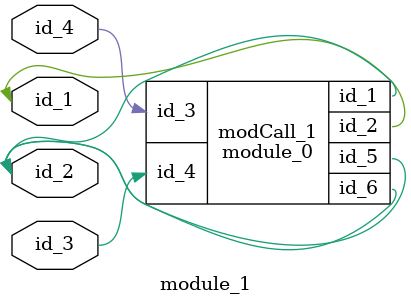
<source format=v>
module module_0 (
    id_1,
    id_2,
    id_3,
    id_4,
    id_5,
    id_6
);
  inout wire id_6;
  output wire id_5;
  input wire id_4;
  input wire id_3;
  output wire id_2;
  output wire id_1;
  wire id_7, id_8;
  wire id_9;
  always @(posedge id_4) if (1'b0) id_6 = &1'b0;
endmodule
module module_1 (
    id_1,
    id_2,
    id_3,
    id_4
);
  input wire id_4;
  input wire id_3;
  inout wire id_2;
  inout wire id_1;
  module_0 modCall_1 (
      id_2,
      id_1,
      id_4,
      id_3,
      id_2,
      id_2
  );
endmodule

</source>
